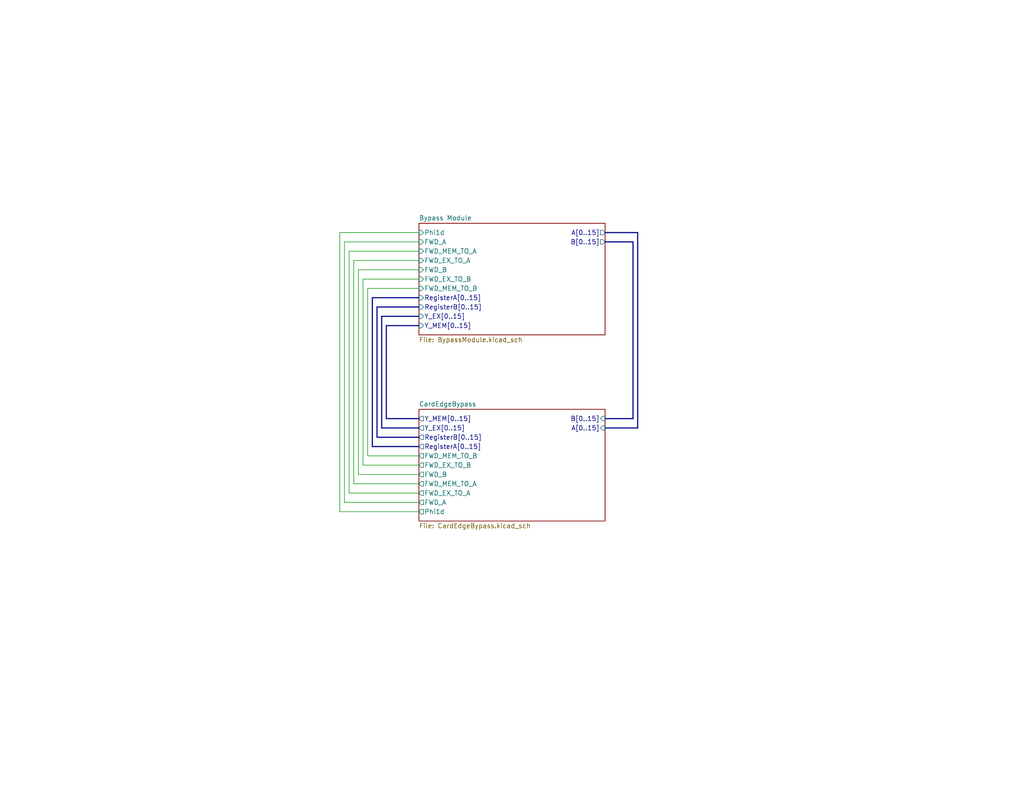
<source format=kicad_sch>
(kicad_sch
	(version 20250114)
	(generator "eeschema")
	(generator_version "9.0")
	(uuid "0b9dd887-f147-44a4-bd5d-7a0d980e90d1")
	(paper "USLetter")
	(title_block
		(title "Turtle16: Bypass Module Card")
		(date "2025-07-16")
		(rev "A")
	)
	(lib_symbols)
	(wire
		(pts
			(xy 95.25 134.62) (xy 95.25 68.58)
		)
		(stroke
			(width 0)
			(type default)
		)
		(uuid "011fb34b-46cd-4192-9328-e896723fa091")
	)
	(wire
		(pts
			(xy 93.98 66.04) (xy 93.98 137.16)
		)
		(stroke
			(width 0)
			(type default)
		)
		(uuid "02cdfc2c-4998-4adb-b766-4504d4d39126")
	)
	(bus
		(pts
			(xy 172.72 114.3) (xy 165.1 114.3)
		)
		(stroke
			(width 0)
			(type default)
		)
		(uuid "13b2a4ef-6c8c-43dd-b604-69efde89384a")
	)
	(wire
		(pts
			(xy 114.3 71.12) (xy 96.52 71.12)
		)
		(stroke
			(width 0)
			(type default)
		)
		(uuid "19b5151f-d5af-46f9-917f-0d71b4f227a7")
	)
	(wire
		(pts
			(xy 114.3 139.7) (xy 92.71 139.7)
		)
		(stroke
			(width 0)
			(type default)
		)
		(uuid "1a3d9a7e-201f-4eb0-9222-84e6b94b509f")
	)
	(wire
		(pts
			(xy 100.33 78.74) (xy 114.3 78.74)
		)
		(stroke
			(width 0)
			(type default)
		)
		(uuid "1b26b26b-dc24-4784-8617-1b09a1f2dc24")
	)
	(wire
		(pts
			(xy 99.06 127) (xy 114.3 127)
		)
		(stroke
			(width 0)
			(type default)
		)
		(uuid "1c1c81cc-b218-4048-8136-c152cd8a8a01")
	)
	(bus
		(pts
			(xy 114.3 116.84) (xy 104.14 116.84)
		)
		(stroke
			(width 0)
			(type default)
		)
		(uuid "1f9d7b7f-8ef4-4514-970e-d3ec7d055567")
	)
	(bus
		(pts
			(xy 102.87 83.82) (xy 102.87 119.38)
		)
		(stroke
			(width 0)
			(type default)
		)
		(uuid "255ccec8-5785-44a0-b937-5b5f73b7587a")
	)
	(bus
		(pts
			(xy 165.1 116.84) (xy 173.99 116.84)
		)
		(stroke
			(width 0)
			(type default)
		)
		(uuid "2754f82e-270f-490a-8c91-3bd92b86eb30")
	)
	(wire
		(pts
			(xy 97.79 129.54) (xy 97.79 73.66)
		)
		(stroke
			(width 0)
			(type default)
		)
		(uuid "2887d240-b5e5-4aff-b844-e1af6b9ea032")
	)
	(bus
		(pts
			(xy 173.99 116.84) (xy 173.99 63.5)
		)
		(stroke
			(width 0)
			(type default)
		)
		(uuid "2e3a7ca9-a203-4d6d-8abf-2a04656c6f2c")
	)
	(bus
		(pts
			(xy 165.1 66.04) (xy 172.72 66.04)
		)
		(stroke
			(width 0)
			(type default)
		)
		(uuid "362c810d-04e5-4a6b-8ade-9cd728c4f347")
	)
	(wire
		(pts
			(xy 97.79 73.66) (xy 114.3 73.66)
		)
		(stroke
			(width 0)
			(type default)
		)
		(uuid "38589c5e-ebc0-466a-9cc1-514bac35482b")
	)
	(wire
		(pts
			(xy 114.3 134.62) (xy 95.25 134.62)
		)
		(stroke
			(width 0)
			(type default)
		)
		(uuid "46399edc-5ef5-4b8d-bcfc-3412ece04554")
	)
	(bus
		(pts
			(xy 102.87 119.38) (xy 114.3 119.38)
		)
		(stroke
			(width 0)
			(type default)
		)
		(uuid "4871be15-043c-46be-876e-6d251bd22675")
	)
	(bus
		(pts
			(xy 101.6 81.28) (xy 114.3 81.28)
		)
		(stroke
			(width 0)
			(type default)
		)
		(uuid "4ba4dd8e-efd0-4381-a8e5-d3cdbe2c6e96")
	)
	(wire
		(pts
			(xy 100.33 124.46) (xy 100.33 78.74)
		)
		(stroke
			(width 0)
			(type default)
		)
		(uuid "4dc7a22d-7865-413c-b41a-2dc43867f552")
	)
	(wire
		(pts
			(xy 114.3 66.04) (xy 93.98 66.04)
		)
		(stroke
			(width 0)
			(type default)
		)
		(uuid "5336b05b-2245-401e-83e1-12f13e499dcc")
	)
	(bus
		(pts
			(xy 104.14 116.84) (xy 104.14 86.36)
		)
		(stroke
			(width 0)
			(type default)
		)
		(uuid "60a4f84c-c913-456a-982f-e7ca2b53e8b8")
	)
	(wire
		(pts
			(xy 99.06 76.2) (xy 99.06 127)
		)
		(stroke
			(width 0)
			(type default)
		)
		(uuid "689191e2-2292-4cd0-97eb-4e0891d4e5b3")
	)
	(wire
		(pts
			(xy 93.98 137.16) (xy 114.3 137.16)
		)
		(stroke
			(width 0)
			(type default)
		)
		(uuid "7d563060-d3a8-4485-a37a-733b1e946fa5")
	)
	(bus
		(pts
			(xy 114.3 88.9) (xy 105.41 88.9)
		)
		(stroke
			(width 0)
			(type default)
		)
		(uuid "7f0a60b9-e1de-4f1c-9967-c31709a6b976")
	)
	(wire
		(pts
			(xy 92.71 139.7) (xy 92.71 63.5)
		)
		(stroke
			(width 0)
			(type default)
		)
		(uuid "8ff8f1d4-3154-47ae-861c-e497b5dd3930")
	)
	(wire
		(pts
			(xy 96.52 132.08) (xy 114.3 132.08)
		)
		(stroke
			(width 0)
			(type default)
		)
		(uuid "9b62bde7-5312-4b44-b7cf-85cc37cab451")
	)
	(wire
		(pts
			(xy 92.71 63.5) (xy 114.3 63.5)
		)
		(stroke
			(width 0)
			(type default)
		)
		(uuid "ac4e2f91-2b59-4cf5-b21c-9aee3f0c99ba")
	)
	(bus
		(pts
			(xy 114.3 121.92) (xy 101.6 121.92)
		)
		(stroke
			(width 0)
			(type default)
		)
		(uuid "ada7ae7a-74ce-4328-a98f-47e11a9d0a81")
	)
	(bus
		(pts
			(xy 105.41 88.9) (xy 105.41 114.3)
		)
		(stroke
			(width 0)
			(type default)
		)
		(uuid "b2dd820d-7def-40bf-9ac3-a4bf9ba133fa")
	)
	(bus
		(pts
			(xy 104.14 86.36) (xy 114.3 86.36)
		)
		(stroke
			(width 0)
			(type default)
		)
		(uuid "bc533fe7-d5a2-45cb-a89f-ca6c1e2047f7")
	)
	(wire
		(pts
			(xy 114.3 124.46) (xy 100.33 124.46)
		)
		(stroke
			(width 0)
			(type default)
		)
		(uuid "c2a0b734-64e3-4d87-8d8c-056787d62840")
	)
	(bus
		(pts
			(xy 114.3 83.82) (xy 102.87 83.82)
		)
		(stroke
			(width 0)
			(type default)
		)
		(uuid "d09f8b5f-dfe4-4185-818a-6a2f75fb6773")
	)
	(wire
		(pts
			(xy 95.25 68.58) (xy 114.3 68.58)
		)
		(stroke
			(width 0)
			(type default)
		)
		(uuid "dd9f1ab7-8257-4fd5-a918-9599ebd8445d")
	)
	(bus
		(pts
			(xy 173.99 63.5) (xy 165.1 63.5)
		)
		(stroke
			(width 0)
			(type default)
		)
		(uuid "dfb981dd-3564-4188-bb3c-5c96ac09aeed")
	)
	(wire
		(pts
			(xy 96.52 71.12) (xy 96.52 132.08)
		)
		(stroke
			(width 0)
			(type default)
		)
		(uuid "e17b6409-b961-4319-8ff4-c21228036948")
	)
	(wire
		(pts
			(xy 114.3 76.2) (xy 99.06 76.2)
		)
		(stroke
			(width 0)
			(type default)
		)
		(uuid "e2350fa5-8685-4bf3-aa94-e0f93dd1c62c")
	)
	(bus
		(pts
			(xy 172.72 66.04) (xy 172.72 114.3)
		)
		(stroke
			(width 0)
			(type default)
		)
		(uuid "e6502c7a-2a34-4f0e-901e-b8187e8f2bbd")
	)
	(wire
		(pts
			(xy 114.3 129.54) (xy 97.79 129.54)
		)
		(stroke
			(width 0)
			(type default)
		)
		(uuid "e71eee3c-107c-4712-81e6-8433136f22a5")
	)
	(bus
		(pts
			(xy 101.6 121.92) (xy 101.6 81.28)
		)
		(stroke
			(width 0)
			(type default)
		)
		(uuid "e76dcf2e-eb23-4f69-826b-4c55df06d5a4")
	)
	(bus
		(pts
			(xy 105.41 114.3) (xy 114.3 114.3)
		)
		(stroke
			(width 0)
			(type default)
		)
		(uuid "fd33ad53-2dd8-4fcd-939a-4c7ad6357d81")
	)
	(sheet
		(at 114.3 60.96)
		(size 50.8 30.48)
		(exclude_from_sim no)
		(in_bom yes)
		(on_board yes)
		(dnp no)
		(fields_autoplaced yes)
		(stroke
			(width 0.1524)
			(type solid)
		)
		(fill
			(color 0 0 0 0.0000)
		)
		(uuid "15958ea4-e442-453c-858c-cce8e26c03e4")
		(property "Sheetname" "Bypass Module"
			(at 114.3 60.2484 0)
			(effects
				(font
					(size 1.27 1.27)
				)
				(justify left bottom)
			)
		)
		(property "Sheetfile" "BypassModule.kicad_sch"
			(at 114.3 92.0246 0)
			(effects
				(font
					(size 1.27 1.27)
				)
				(justify left top)
			)
		)
		(pin "A[0..15]" output
			(at 165.1 63.5 0)
			(uuid "82f7129f-66ad-43e3-a608-2255dbdcd976")
			(effects
				(font
					(size 1.27 1.27)
				)
				(justify right)
			)
		)
		(pin "B[0..15]" output
			(at 165.1 66.04 0)
			(uuid "2541a294-c85c-4d97-9e87-5f82191cd1c1")
			(effects
				(font
					(size 1.27 1.27)
				)
				(justify right)
			)
		)
		(pin "FWD_A" input
			(at 114.3 66.04 180)
			(uuid "ff2e7f19-8b6c-4b02-81a1-ecca59cb2c91")
			(effects
				(font
					(size 1.27 1.27)
				)
				(justify left)
			)
		)
		(pin "FWD_B" input
			(at 114.3 73.66 180)
			(uuid "de4fbb91-412f-4056-bf02-2a98d5f3eef4")
			(effects
				(font
					(size 1.27 1.27)
				)
				(justify left)
			)
		)
		(pin "FWD_EX_TO_A" input
			(at 114.3 71.12 180)
			(uuid "11409b42-c4bd-4e66-b85f-b4879226f562")
			(effects
				(font
					(size 1.27 1.27)
				)
				(justify left)
			)
		)
		(pin "FWD_EX_TO_B" input
			(at 114.3 76.2 180)
			(uuid "5715f53f-e4f2-48a3-b0dd-8d1c77bf0f6d")
			(effects
				(font
					(size 1.27 1.27)
				)
				(justify left)
			)
		)
		(pin "FWD_MEM_TO_A" input
			(at 114.3 68.58 180)
			(uuid "09441df0-78fd-4013-95ec-60108569ab4d")
			(effects
				(font
					(size 1.27 1.27)
				)
				(justify left)
			)
		)
		(pin "FWD_MEM_TO_B" input
			(at 114.3 78.74 180)
			(uuid "2916505b-99c1-4c3e-8dff-3b28a1613324")
			(effects
				(font
					(size 1.27 1.27)
				)
				(justify left)
			)
		)
		(pin "Phi1d" input
			(at 114.3 63.5 180)
			(uuid "73f09a7c-ccae-4f72-9743-8d7818d305a3")
			(effects
				(font
					(size 1.27 1.27)
				)
				(justify left)
			)
		)
		(pin "RegisterA[0..15]" input
			(at 114.3 81.28 180)
			(uuid "b78c1491-5912-4cbe-9f15-e52361c8d05e")
			(effects
				(font
					(size 1.27 1.27)
				)
				(justify left)
			)
		)
		(pin "RegisterB[0..15]" input
			(at 114.3 83.82 180)
			(uuid "a85b0a02-3eb6-409f-b906-c34766b3f21e")
			(effects
				(font
					(size 1.27 1.27)
				)
				(justify left)
			)
		)
		(pin "Y_EX[0..15]" input
			(at 114.3 86.36 180)
			(uuid "9314d01b-2b4a-4148-acb4-3cd7837d44cb")
			(effects
				(font
					(size 1.27 1.27)
				)
				(justify left)
			)
		)
		(pin "Y_MEM[0..15]" input
			(at 114.3 88.9 180)
			(uuid "69bd0d81-2bd3-4aca-ad19-351e8036d23b")
			(effects
				(font
					(size 1.27 1.27)
				)
				(justify left)
			)
		)
		(instances
			(project "BypassCard"
				(path "/0b9dd887-f147-44a4-bd5d-7a0d980e90d1"
					(page "6")
				)
			)
		)
	)
	(sheet
		(at 114.3 111.76)
		(size 50.8 30.48)
		(exclude_from_sim no)
		(in_bom yes)
		(on_board yes)
		(dnp no)
		(fields_autoplaced yes)
		(stroke
			(width 0.1524)
			(type solid)
		)
		(fill
			(color 0 0 0 0.0000)
		)
		(uuid "5dc9cdce-9148-44e5-a58b-96f12f5bac12")
		(property "Sheetname" "CardEdgeBypass"
			(at 114.3 111.0484 0)
			(effects
				(font
					(size 1.27 1.27)
				)
				(justify left bottom)
			)
		)
		(property "Sheetfile" "CardEdgeBypass.kicad_sch"
			(at 114.3 142.8246 0)
			(effects
				(font
					(size 1.27 1.27)
				)
				(justify left top)
			)
		)
		(pin "A[0..15]" input
			(at 165.1 116.84 0)
			(uuid "1d45d63b-9798-4f93-8b56-3cf2f5035593")
			(effects
				(font
					(size 1.27 1.27)
				)
				(justify right)
			)
		)
		(pin "B[0..15]" input
			(at 165.1 114.3 0)
			(uuid "e83b7948-cf66-4d90-842c-7ccbdef8e1b3")
			(effects
				(font
					(size 1.27 1.27)
				)
				(justify right)
			)
		)
		(pin "FWD_A" output
			(at 114.3 137.16 180)
			(uuid "9dfc8ff2-5e4c-4063-847f-9842f4d7dbb0")
			(effects
				(font
					(size 1.27 1.27)
				)
				(justify left)
			)
		)
		(pin "FWD_B" output
			(at 114.3 129.54 180)
			(uuid "2fa165a6-bdb9-428b-8b81-818605952627")
			(effects
				(font
					(size 1.27 1.27)
				)
				(justify left)
			)
		)
		(pin "FWD_EX_TO_A" output
			(at 114.3 134.62 180)
			(uuid "03b1f97d-62d3-4d72-8b14-d9d2e6aee8ce")
			(effects
				(font
					(size 1.27 1.27)
				)
				(justify left)
			)
		)
		(pin "FWD_EX_TO_B" output
			(at 114.3 127 180)
			(uuid "282893bd-4c2f-4595-9d64-d126e8d80fcc")
			(effects
				(font
					(size 1.27 1.27)
				)
				(justify left)
			)
		)
		(pin "FWD_MEM_TO_A" output
			(at 114.3 132.08 180)
			(uuid "22cbb2c4-f2ec-436a-bbc9-8c51e9668c35")
			(effects
				(font
					(size 1.27 1.27)
				)
				(justify left)
			)
		)
		(pin "FWD_MEM_TO_B" output
			(at 114.3 124.46 180)
			(uuid "b82d9c82-4a96-48ae-a7b0-6d2d260a05f0")
			(effects
				(font
					(size 1.27 1.27)
				)
				(justify left)
			)
		)
		(pin "Phi1d" output
			(at 114.3 139.7 180)
			(uuid "ca7d018f-48bb-45b7-b937-1d1b6e0120ac")
			(effects
				(font
					(size 1.27 1.27)
				)
				(justify left)
			)
		)
		(pin "RegisterA[0..15]" output
			(at 114.3 121.92 180)
			(uuid "426b779e-3d07-4dc6-a741-5a4dbe6621df")
			(effects
				(font
					(size 1.27 1.27)
				)
				(justify left)
			)
		)
		(pin "RegisterB[0..15]" output
			(at 114.3 119.38 180)
			(uuid "c05e5815-4e6b-41aa-83dc-a10dac41904e")
			(effects
				(font
					(size 1.27 1.27)
				)
				(justify left)
			)
		)
		(pin "Y_EX[0..15]" output
			(at 114.3 116.84 180)
			(uuid "1213da63-0399-4160-8af0-4f031192e970")
			(effects
				(font
					(size 1.27 1.27)
				)
				(justify left)
			)
		)
		(pin "Y_MEM[0..15]" output
			(at 114.3 114.3 180)
			(uuid "278d6ab5-5e5c-40eb-a040-22d352dafd13")
			(effects
				(font
					(size 1.27 1.27)
				)
				(justify left)
			)
		)
		(instances
			(project "BypassCard"
				(path "/0b9dd887-f147-44a4-bd5d-7a0d980e90d1"
					(page "7")
				)
			)
		)
	)
	(sheet_instances
		(path "/"
			(page "1")
		)
	)
	(embedded_fonts no)
)

</source>
